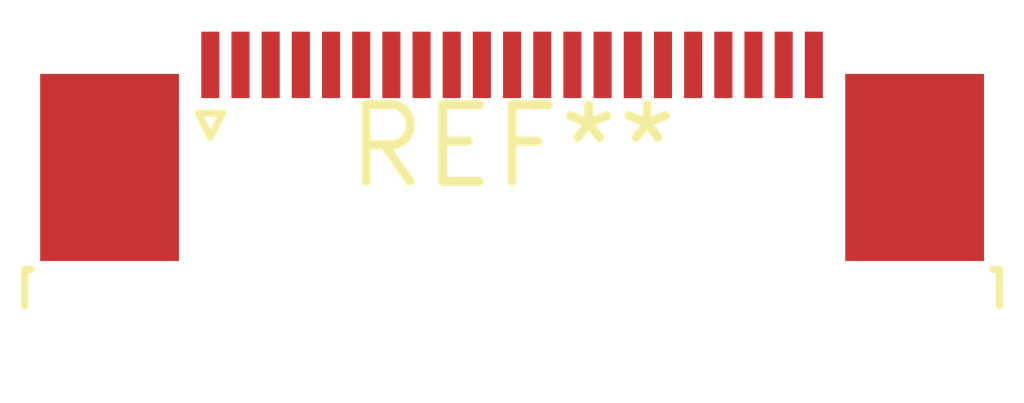
<source format=kicad_pcb>
(kicad_pcb (version 20240108) (generator pcbnew)
  (layers (0 "F.Cu" signal) (31 "B.Cu" signal) (34 "B.Paste" user) (35 "F.Paste" user) (36 "B.SilkS" user "B.Silkscreen") (37 "F.SilkS" user "F.Silkscreen") (38 "B.Mask" user) (39 "F.Mask" user) (44 "Edge.Cuts" user))
  (net 0 "")
  (footprint "TE_2-1734839-1_1x21-1MP_P0.5mm_Horizontal" (layer "F.Cu") (at 0 0)
    (property "Reference" "REF**")
    (property "Value" "PCB Edge")
    (fp_line (start -8.075 2.04) (end -8.075 2.64) (layer "F.SilkS") (stroke (width 0.12)))
    (fp_line (start -7.965 2.04) (end -8.075 2.04) (layer "F.SilkS") (stroke (width 0.12)))
    (fp_line (start -5.2 -0.55) (end -5 -0.15) (layer "F.SilkS") (stroke (width 0.12)))
    (fp_line (start -5 -0.15) (end -4.8 -0.55) (layer "F.SilkS") (stroke (width 0.12)))
    (fp_line (start -4.8 -0.55) (end -5.2 -0.55) (layer "F.SilkS") (stroke (width 0.12)))
    (fp_line (start 7.965 2.04) (end 8.075 2.04) (layer "F.SilkS") (stroke (width 0.12)))
    (fp_line (start 8.075 2.04) (end 8.075 2.64) (layer "F.SilkS") (stroke (width 0.12)))
    (pad "1" smd rect (at -5 -1.35) (size 0.3 1.1) (layers "F.Cu" "F.Paste" "F.Mask"))
    (pad "2" smd rect (at -4.5 -1.35) (size 0.3 1.1) (layers "F.Cu" "F.Paste" "F.Mask"))
    (pad "3" smd rect (at -4 -1.35) (size 0.3 1.1) (layers "F.Cu" "F.Paste" "F.Mask"))
    (pad "4" smd rect (at -3.5 -1.35) (size 0.3 1.1) (layers "F.Cu" "F.Paste" "F.Mask"))
    (pad "5" smd rect (at -3 -1.35) (size 0.3 1.1) (layers "F.Cu" "F.Paste" "F.Mask"))
    (pad "6" smd rect (at -2.5 -1.35) (size 0.3 1.1) (layers "F.Cu" "F.Paste" "F.Mask"))
    (pad "7" smd rect (at -2 -1.35) (size 0.3 1.1) (layers "F.Cu" "F.Paste" "F.Mask"))
    (pad "8" smd rect (at -1.5 -1.35) (size 0.3 1.1) (layers "F.Cu" "F.Paste" "F.Mask"))
    (pad "9" smd rect (at -1 -1.35) (size 0.3 1.1) (layers "F.Cu" "F.Paste" "F.Mask"))
    (pad "10" smd rect (at -0.5 -1.35) (size 0.3 1.1) (layers "F.Cu" "F.Paste" "F.Mask"))
    (pad "11" smd rect (at 0 -1.35) (size 0.3 1.1) (layers "F.Cu" "F.Paste" "F.Mask"))
    (pad "12" smd rect (at 0.5 -1.35) (size 0.3 1.1) (layers "F.Cu" "F.Paste" "F.Mask"))
    (pad "13" smd rect (at 1 -1.35) (size 0.3 1.1) (layers "F.Cu" "F.Paste" "F.Mask"))
    (pad "14" smd rect (at 1.5 -1.35) (size 0.3 1.1) (layers "F.Cu" "F.Paste" "F.Mask"))
    (pad "15" smd rect (at 2 -1.35) (size 0.3 1.1) (layers "F.Cu" "F.Paste" "F.Mask"))
    (pad "16" smd rect (at 2.5 -1.35) (size 0.3 1.1) (layers "F.Cu" "F.Paste" "F.Mask"))
    (pad "17" smd rect (at 3 -1.35) (size 0.3 1.1) (layers "F.Cu" "F.Paste" "F.Mask"))
    (pad "18" smd rect (at 3.5 -1.35) (size 0.3 1.1) (layers "F.Cu" "F.Paste" "F.Mask"))
    (pad "19" smd rect (at 4 -1.35) (size 0.3 1.1) (layers "F.Cu" "F.Paste" "F.Mask"))
    (pad "20" smd rect (at 4.5 -1.35) (size 0.3 1.1) (layers "F.Cu" "F.Paste" "F.Mask"))
    (pad "21" smd rect (at 5 -1.35) (size 0.3 1.1) (layers "F.Cu" "F.Paste" "F.Mask"))
    (pad "MP" smd rect (at -6.67 0.35) (size 2.3 3.1) (layers "F.Cu" "F.Paste" "F.Mask"))
    (pad "MP" smd rect (at 6.67 0.35) (size 2.3 3.1) (layers "F.Cu" "F.Paste" "F.Mask"))
  )
)
</source>
